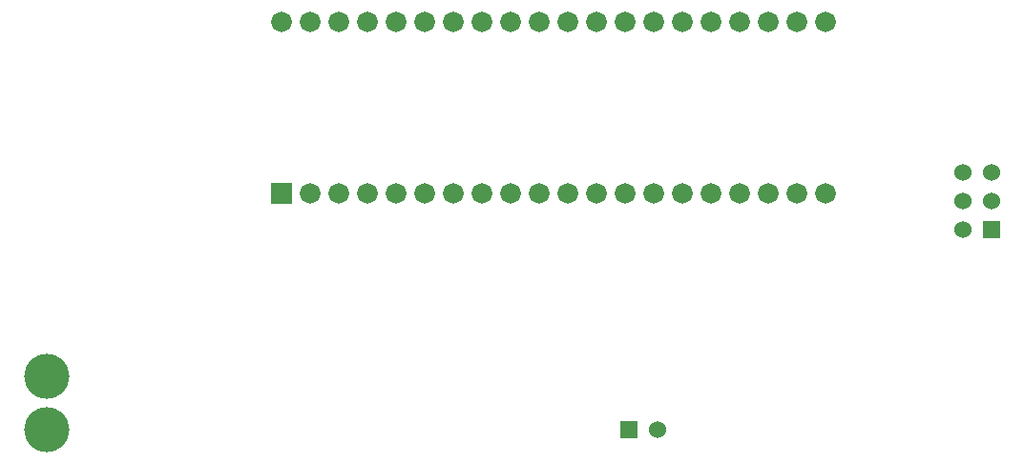
<source format=gbs>
G04 (created by PCBNEW-RS274X (2012-01-18 BZR 3371)-testing) date Sat 16 Jun 2012 02:14:17 PM EDT*
G01*
G70*
G90*
%MOIN*%
G04 Gerber Fmt 3.4, Leading zero omitted, Abs format*
%FSLAX34Y34*%
G04 APERTURE LIST*
%ADD10C,0.006000*%
%ADD11R,0.060000X0.060000*%
%ADD12C,0.060000*%
%ADD13C,0.157500*%
%ADD14R,0.072000X0.072000*%
%ADD15C,0.072000*%
G04 APERTURE END LIST*
G54D10*
G54D11*
X61130Y-27732D03*
G54D12*
X60130Y-27732D03*
X61130Y-26732D03*
X60130Y-26732D03*
X61130Y-25732D03*
X60130Y-25732D03*
G54D11*
X48477Y-34722D03*
G54D12*
X49477Y-34722D03*
G54D13*
X28150Y-32874D03*
X28150Y-34724D03*
G54D14*
X36350Y-26450D03*
G54D15*
X37350Y-20450D03*
X36350Y-20450D03*
X38350Y-20450D03*
X55350Y-20450D03*
X54350Y-20450D03*
X53350Y-20450D03*
X52350Y-20450D03*
X51350Y-20450D03*
X50350Y-20450D03*
X49350Y-20450D03*
X48350Y-20450D03*
X47350Y-20450D03*
X46350Y-20450D03*
X45350Y-20450D03*
X44350Y-20450D03*
X43350Y-20450D03*
X41350Y-20450D03*
X42350Y-20450D03*
X40350Y-20450D03*
X39350Y-20450D03*
X55350Y-26450D03*
X37350Y-26450D03*
X38350Y-26450D03*
X39350Y-26450D03*
X40350Y-26450D03*
X41350Y-26450D03*
X42350Y-26450D03*
X43350Y-26450D03*
X44350Y-26450D03*
X45350Y-26450D03*
X46350Y-26450D03*
X47350Y-26450D03*
X48350Y-26450D03*
X49350Y-26450D03*
X50350Y-26450D03*
X51350Y-26450D03*
X52350Y-26450D03*
X53350Y-26450D03*
X54350Y-26450D03*
M02*

</source>
